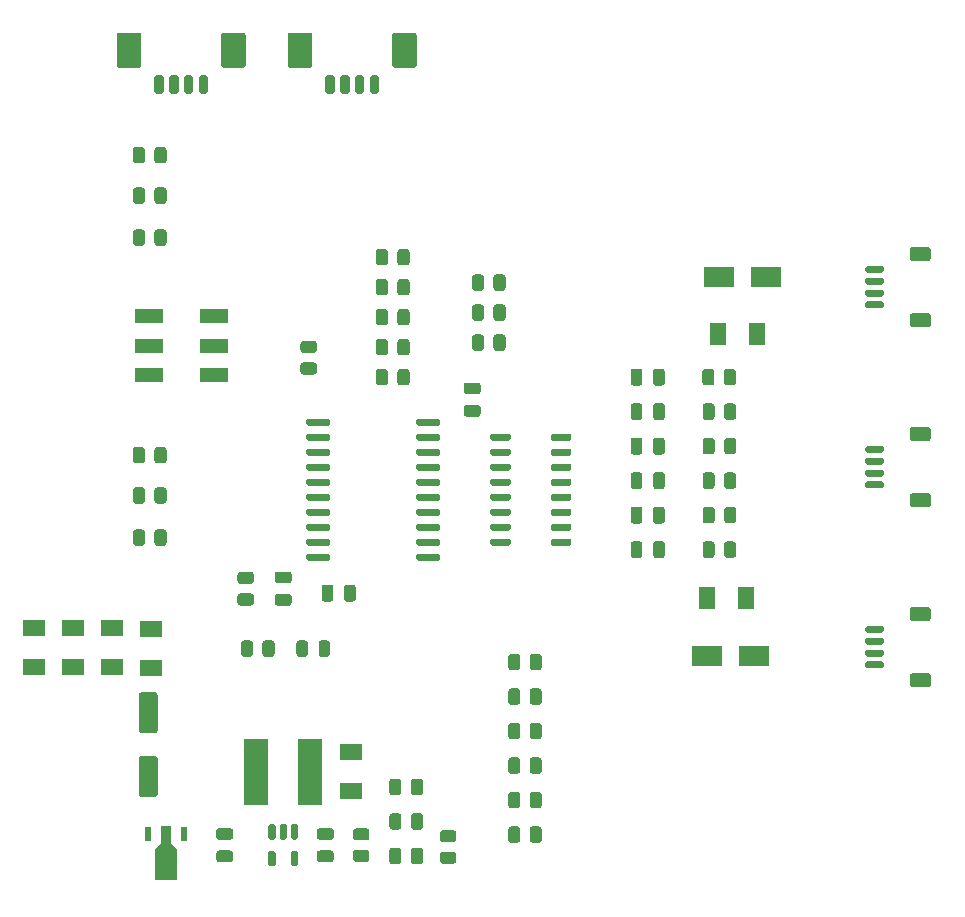
<source format=gtp>
G04 #@! TF.GenerationSoftware,KiCad,Pcbnew,6.0.10-86aedd382b~118~ubuntu18.04.1*
G04 #@! TF.CreationDate,2024-08-26T14:02:28-06:00*
G04 #@! TF.ProjectId,mss-cascade-basic,6d73732d-6361-4736-9361-64652d626173,rev?*
G04 #@! TF.SameCoordinates,Original*
G04 #@! TF.FileFunction,Paste,Top*
G04 #@! TF.FilePolarity,Positive*
%FSLAX46Y46*%
G04 Gerber Fmt 4.6, Leading zero omitted, Abs format (unit mm)*
G04 Created by KiCad (PCBNEW 6.0.10-86aedd382b~118~ubuntu18.04.1) date 2024-08-26 14:02:28*
%MOMM*%
%LPD*%
G01*
G04 APERTURE LIST*
%ADD10R,1.400000X1.900000*%
%ADD11R,2.500000X1.800000*%
%ADD12R,1.900000X1.400000*%
%ADD13R,2.108200X5.562600*%
%ADD14R,2.489200X1.193800*%
%ADD15R,0.550000X1.300000*%
G04 APERTURE END LIST*
G36*
G01*
X66098000Y-184403000D02*
X66998000Y-184403000D01*
G75*
G02*
X67248000Y-184653000I0J-250000D01*
G01*
X67248000Y-185178000D01*
G75*
G02*
X66998000Y-185428000I-250000J0D01*
G01*
X66098000Y-185428000D01*
G75*
G02*
X65848000Y-185178000I0J250000D01*
G01*
X65848000Y-184653000D01*
G75*
G02*
X66098000Y-184403000I250000J0D01*
G01*
G37*
G36*
G01*
X66098000Y-186228000D02*
X66998000Y-186228000D01*
G75*
G02*
X67248000Y-186478000I0J-250000D01*
G01*
X67248000Y-187003000D01*
G75*
G02*
X66998000Y-187253000I-250000J0D01*
G01*
X66098000Y-187253000D01*
G75*
G02*
X65848000Y-187003000I0J250000D01*
G01*
X65848000Y-186478000D01*
G75*
G02*
X66098000Y-186228000I250000J0D01*
G01*
G37*
D10*
X92709000Y-142367000D03*
X89409000Y-142367000D03*
G36*
G01*
X88083064Y-149421000D02*
X88083064Y-148521000D01*
G75*
G02*
X88333064Y-148271000I250000J0D01*
G01*
X88858064Y-148271000D01*
G75*
G02*
X89108064Y-148521000I0J-250000D01*
G01*
X89108064Y-149421000D01*
G75*
G02*
X88858064Y-149671000I-250000J0D01*
G01*
X88333064Y-149671000D01*
G75*
G02*
X88083064Y-149421000I0J250000D01*
G01*
G37*
G36*
G01*
X89908064Y-149421000D02*
X89908064Y-148521000D01*
G75*
G02*
X90158064Y-148271000I250000J0D01*
G01*
X90683064Y-148271000D01*
G75*
G02*
X90933064Y-148521000I0J-250000D01*
G01*
X90933064Y-149421000D01*
G75*
G02*
X90683064Y-149671000I-250000J0D01*
G01*
X90158064Y-149671000D01*
G75*
G02*
X89908064Y-149421000I0J250000D01*
G01*
G37*
G36*
G01*
X88083064Y-158184000D02*
X88083064Y-157284000D01*
G75*
G02*
X88333064Y-157034000I250000J0D01*
G01*
X88858064Y-157034000D01*
G75*
G02*
X89108064Y-157284000I0J-250000D01*
G01*
X89108064Y-158184000D01*
G75*
G02*
X88858064Y-158434000I-250000J0D01*
G01*
X88333064Y-158434000D01*
G75*
G02*
X88083064Y-158184000I0J250000D01*
G01*
G37*
G36*
G01*
X89908064Y-158184000D02*
X89908064Y-157284000D01*
G75*
G02*
X90158064Y-157034000I250000J0D01*
G01*
X90683064Y-157034000D01*
G75*
G02*
X90933064Y-157284000I0J-250000D01*
G01*
X90933064Y-158184000D01*
G75*
G02*
X90683064Y-158434000I-250000J0D01*
G01*
X90158064Y-158434000D01*
G75*
G02*
X89908064Y-158184000I0J250000D01*
G01*
G37*
G36*
G01*
X60695000Y-120672000D02*
X60695000Y-121872000D01*
G75*
G02*
X60495000Y-122072000I-200000J0D01*
G01*
X60095000Y-122072000D01*
G75*
G02*
X59895000Y-121872000I0J200000D01*
G01*
X59895000Y-120672000D01*
G75*
G02*
X60095000Y-120472000I200000J0D01*
G01*
X60495000Y-120472000D01*
G75*
G02*
X60695000Y-120672000I0J-200000D01*
G01*
G37*
G36*
G01*
X59445000Y-120672000D02*
X59445000Y-121872000D01*
G75*
G02*
X59245000Y-122072000I-200000J0D01*
G01*
X58845000Y-122072000D01*
G75*
G02*
X58645000Y-121872000I0J200000D01*
G01*
X58645000Y-120672000D01*
G75*
G02*
X58845000Y-120472000I200000J0D01*
G01*
X59245000Y-120472000D01*
G75*
G02*
X59445000Y-120672000I0J-200000D01*
G01*
G37*
G36*
G01*
X58195000Y-120672000D02*
X58195000Y-121872000D01*
G75*
G02*
X57995000Y-122072000I-200000J0D01*
G01*
X57595000Y-122072000D01*
G75*
G02*
X57395000Y-121872000I0J200000D01*
G01*
X57395000Y-120672000D01*
G75*
G02*
X57595000Y-120472000I200000J0D01*
G01*
X57995000Y-120472000D01*
G75*
G02*
X58195000Y-120672000I0J-200000D01*
G01*
G37*
G36*
G01*
X56945000Y-120672000D02*
X56945000Y-121872000D01*
G75*
G02*
X56745000Y-122072000I-200000J0D01*
G01*
X56345000Y-122072000D01*
G75*
G02*
X56145000Y-121872000I0J200000D01*
G01*
X56145000Y-120672000D01*
G75*
G02*
X56345000Y-120472000I200000J0D01*
G01*
X56745000Y-120472000D01*
G75*
G02*
X56945000Y-120672000I0J-200000D01*
G01*
G37*
G36*
G01*
X55045000Y-117122001D02*
X55045000Y-119621999D01*
G75*
G02*
X54794999Y-119872000I-250001J0D01*
G01*
X53195001Y-119872000D01*
G75*
G02*
X52945000Y-119621999I0J250001D01*
G01*
X52945000Y-117122001D01*
G75*
G02*
X53195001Y-116872000I250001J0D01*
G01*
X54794999Y-116872000D01*
G75*
G02*
X55045000Y-117122001I0J-250001D01*
G01*
G37*
G36*
G01*
X63895000Y-117122001D02*
X63895000Y-119621999D01*
G75*
G02*
X63644999Y-119872000I-250001J0D01*
G01*
X62045001Y-119872000D01*
G75*
G02*
X61795000Y-119621999I0J250001D01*
G01*
X61795000Y-117122001D01*
G75*
G02*
X62045001Y-116872000I250001J0D01*
G01*
X63644999Y-116872000D01*
G75*
G02*
X63895000Y-117122001I0J-250001D01*
G01*
G37*
G36*
G01*
X39850000Y-127704000D02*
X39850000Y-126804000D01*
G75*
G02*
X40100000Y-126554000I250000J0D01*
G01*
X40625000Y-126554000D01*
G75*
G02*
X40875000Y-126804000I0J-250000D01*
G01*
X40875000Y-127704000D01*
G75*
G02*
X40625000Y-127954000I-250000J0D01*
G01*
X40100000Y-127954000D01*
G75*
G02*
X39850000Y-127704000I0J250000D01*
G01*
G37*
G36*
G01*
X41675000Y-127704000D02*
X41675000Y-126804000D01*
G75*
G02*
X41925000Y-126554000I250000J0D01*
G01*
X42450000Y-126554000D01*
G75*
G02*
X42700000Y-126804000I0J-250000D01*
G01*
X42700000Y-127704000D01*
G75*
G02*
X42450000Y-127954000I-250000J0D01*
G01*
X41925000Y-127954000D01*
G75*
G02*
X41675000Y-127704000I0J250000D01*
G01*
G37*
G36*
G01*
X88083064Y-152342000D02*
X88083064Y-151442000D01*
G75*
G02*
X88333064Y-151192000I250000J0D01*
G01*
X88858064Y-151192000D01*
G75*
G02*
X89108064Y-151442000I0J-250000D01*
G01*
X89108064Y-152342000D01*
G75*
G02*
X88858064Y-152592000I-250000J0D01*
G01*
X88333064Y-152592000D01*
G75*
G02*
X88083064Y-152342000I0J250000D01*
G01*
G37*
G36*
G01*
X89908064Y-152342000D02*
X89908064Y-151442000D01*
G75*
G02*
X90158064Y-151192000I250000J0D01*
G01*
X90683064Y-151192000D01*
G75*
G02*
X90933064Y-151442000I0J-250000D01*
G01*
X90933064Y-152342000D01*
G75*
G02*
X90683064Y-152592000I-250000J0D01*
G01*
X90158064Y-152592000D01*
G75*
G02*
X89908064Y-152342000I0J250000D01*
G01*
G37*
G36*
G01*
X41698000Y-181615000D02*
X40598000Y-181615000D01*
G75*
G02*
X40348000Y-181365000I0J250000D01*
G01*
X40348000Y-178365000D01*
G75*
G02*
X40598000Y-178115000I250000J0D01*
G01*
X41698000Y-178115000D01*
G75*
G02*
X41948000Y-178365000I0J-250000D01*
G01*
X41948000Y-181365000D01*
G75*
G02*
X41698000Y-181615000I-250000J0D01*
G01*
G37*
G36*
G01*
X41698000Y-176215000D02*
X40598000Y-176215000D01*
G75*
G02*
X40348000Y-175965000I0J250000D01*
G01*
X40348000Y-172965000D01*
G75*
G02*
X40598000Y-172715000I250000J0D01*
G01*
X41698000Y-172715000D01*
G75*
G02*
X41948000Y-172965000I0J-250000D01*
G01*
X41948000Y-175965000D01*
G75*
G02*
X41698000Y-176215000I-250000J0D01*
G01*
G37*
G36*
G01*
X103273000Y-155470000D02*
X102023000Y-155470000D01*
G75*
G02*
X101873000Y-155320000I0J150000D01*
G01*
X101873000Y-155020000D01*
G75*
G02*
X102023000Y-154870000I150000J0D01*
G01*
X103273000Y-154870000D01*
G75*
G02*
X103423000Y-155020000I0J-150000D01*
G01*
X103423000Y-155320000D01*
G75*
G02*
X103273000Y-155470000I-150000J0D01*
G01*
G37*
G36*
G01*
X103273000Y-154470000D02*
X102023000Y-154470000D01*
G75*
G02*
X101873000Y-154320000I0J150000D01*
G01*
X101873000Y-154020000D01*
G75*
G02*
X102023000Y-153870000I150000J0D01*
G01*
X103273000Y-153870000D01*
G75*
G02*
X103423000Y-154020000I0J-150000D01*
G01*
X103423000Y-154320000D01*
G75*
G02*
X103273000Y-154470000I-150000J0D01*
G01*
G37*
G36*
G01*
X103273000Y-153470000D02*
X102023000Y-153470000D01*
G75*
G02*
X101873000Y-153320000I0J150000D01*
G01*
X101873000Y-153020000D01*
G75*
G02*
X102023000Y-152870000I150000J0D01*
G01*
X103273000Y-152870000D01*
G75*
G02*
X103423000Y-153020000I0J-150000D01*
G01*
X103423000Y-153320000D01*
G75*
G02*
X103273000Y-153470000I-150000J0D01*
G01*
G37*
G36*
G01*
X103273000Y-152470000D02*
X102023000Y-152470000D01*
G75*
G02*
X101873000Y-152320000I0J150000D01*
G01*
X101873000Y-152020000D01*
G75*
G02*
X102023000Y-151870000I150000J0D01*
G01*
X103273000Y-151870000D01*
G75*
G02*
X103423000Y-152020000I0J-150000D01*
G01*
X103423000Y-152320000D01*
G75*
G02*
X103273000Y-152470000I-150000J0D01*
G01*
G37*
G36*
G01*
X107173000Y-151470000D02*
X105873000Y-151470000D01*
G75*
G02*
X105623000Y-151220000I0J250000D01*
G01*
X105623000Y-150520000D01*
G75*
G02*
X105873000Y-150270000I250000J0D01*
G01*
X107173000Y-150270000D01*
G75*
G02*
X107423000Y-150520000I0J-250000D01*
G01*
X107423000Y-151220000D01*
G75*
G02*
X107173000Y-151470000I-250000J0D01*
G01*
G37*
G36*
G01*
X107173000Y-157070000D02*
X105873000Y-157070000D01*
G75*
G02*
X105623000Y-156820000I0J250000D01*
G01*
X105623000Y-156120000D01*
G75*
G02*
X105873000Y-155870000I250000J0D01*
G01*
X107173000Y-155870000D01*
G75*
G02*
X107423000Y-156120000I0J-250000D01*
G01*
X107423000Y-156820000D01*
G75*
G02*
X107173000Y-157070000I-250000J0D01*
G01*
G37*
G36*
G01*
X63274000Y-143060000D02*
X63274000Y-143960000D01*
G75*
G02*
X63024000Y-144210000I-250000J0D01*
G01*
X62499000Y-144210000D01*
G75*
G02*
X62249000Y-143960000I0J250000D01*
G01*
X62249000Y-143060000D01*
G75*
G02*
X62499000Y-142810000I250000J0D01*
G01*
X63024000Y-142810000D01*
G75*
G02*
X63274000Y-143060000I0J-250000D01*
G01*
G37*
G36*
G01*
X61449000Y-143060000D02*
X61449000Y-143960000D01*
G75*
G02*
X61199000Y-144210000I-250000J0D01*
G01*
X60674000Y-144210000D01*
G75*
G02*
X60424000Y-143960000I0J250000D01*
G01*
X60424000Y-143060000D01*
G75*
G02*
X60674000Y-142810000I250000J0D01*
G01*
X61199000Y-142810000D01*
G75*
G02*
X61449000Y-143060000I0J-250000D01*
G01*
G37*
G36*
G01*
X61567000Y-184119000D02*
X61567000Y-183219000D01*
G75*
G02*
X61817000Y-182969000I250000J0D01*
G01*
X62342000Y-182969000D01*
G75*
G02*
X62592000Y-183219000I0J-250000D01*
G01*
X62592000Y-184119000D01*
G75*
G02*
X62342000Y-184369000I-250000J0D01*
G01*
X61817000Y-184369000D01*
G75*
G02*
X61567000Y-184119000I0J250000D01*
G01*
G37*
G36*
G01*
X63392000Y-184119000D02*
X63392000Y-183219000D01*
G75*
G02*
X63642000Y-182969000I250000J0D01*
G01*
X64167000Y-182969000D01*
G75*
G02*
X64417000Y-183219000I0J-250000D01*
G01*
X64417000Y-184119000D01*
G75*
G02*
X64167000Y-184369000I-250000J0D01*
G01*
X63642000Y-184369000D01*
G75*
G02*
X63392000Y-184119000I0J250000D01*
G01*
G37*
G36*
G01*
X84889000Y-157259000D02*
X84889000Y-158209000D01*
G75*
G02*
X84639000Y-158459000I-250000J0D01*
G01*
X84139000Y-158459000D01*
G75*
G02*
X83889000Y-158209000I0J250000D01*
G01*
X83889000Y-157259000D01*
G75*
G02*
X84139000Y-157009000I250000J0D01*
G01*
X84639000Y-157009000D01*
G75*
G02*
X84889000Y-157259000I0J-250000D01*
G01*
G37*
G36*
G01*
X82989000Y-157259000D02*
X82989000Y-158209000D01*
G75*
G02*
X82739000Y-158459000I-250000J0D01*
G01*
X82239000Y-158459000D01*
G75*
G02*
X81989000Y-158209000I0J250000D01*
G01*
X81989000Y-157259000D01*
G75*
G02*
X82239000Y-157009000I250000J0D01*
G01*
X82739000Y-157009000D01*
G75*
G02*
X82989000Y-157259000I0J-250000D01*
G01*
G37*
G36*
G01*
X74473500Y-184335000D02*
X74473500Y-185235000D01*
G75*
G02*
X74223500Y-185485000I-250000J0D01*
G01*
X73698500Y-185485000D01*
G75*
G02*
X73448500Y-185235000I0J250000D01*
G01*
X73448500Y-184335000D01*
G75*
G02*
X73698500Y-184085000I250000J0D01*
G01*
X74223500Y-184085000D01*
G75*
G02*
X74473500Y-184335000I0J-250000D01*
G01*
G37*
G36*
G01*
X72648500Y-184335000D02*
X72648500Y-185235000D01*
G75*
G02*
X72398500Y-185485000I-250000J0D01*
G01*
X71873500Y-185485000D01*
G75*
G02*
X71623500Y-185235000I0J250000D01*
G01*
X71623500Y-184335000D01*
G75*
G02*
X71873500Y-184085000I250000J0D01*
G01*
X72398500Y-184085000D01*
G75*
G02*
X72648500Y-184335000I0J-250000D01*
G01*
G37*
G36*
G01*
X51844000Y-168587000D02*
X51844000Y-169487000D01*
G75*
G02*
X51594000Y-169737000I-250000J0D01*
G01*
X51069000Y-169737000D01*
G75*
G02*
X50819000Y-169487000I0J250000D01*
G01*
X50819000Y-168587000D01*
G75*
G02*
X51069000Y-168337000I250000J0D01*
G01*
X51594000Y-168337000D01*
G75*
G02*
X51844000Y-168587000I0J-250000D01*
G01*
G37*
G36*
G01*
X50019000Y-168587000D02*
X50019000Y-169487000D01*
G75*
G02*
X49769000Y-169737000I-250000J0D01*
G01*
X49244000Y-169737000D01*
G75*
G02*
X48994000Y-169487000I0J250000D01*
G01*
X48994000Y-168587000D01*
G75*
G02*
X49244000Y-168337000I250000J0D01*
G01*
X49769000Y-168337000D01*
G75*
G02*
X50019000Y-168587000I0J-250000D01*
G01*
G37*
G36*
G01*
X47150000Y-184224000D02*
X48100000Y-184224000D01*
G75*
G02*
X48350000Y-184474000I0J-250000D01*
G01*
X48350000Y-184974000D01*
G75*
G02*
X48100000Y-185224000I-250000J0D01*
G01*
X47150000Y-185224000D01*
G75*
G02*
X46900000Y-184974000I0J250000D01*
G01*
X46900000Y-184474000D01*
G75*
G02*
X47150000Y-184224000I250000J0D01*
G01*
G37*
G36*
G01*
X47150000Y-186124000D02*
X48100000Y-186124000D01*
G75*
G02*
X48350000Y-186374000I0J-250000D01*
G01*
X48350000Y-186874000D01*
G75*
G02*
X48100000Y-187124000I-250000J0D01*
G01*
X47150000Y-187124000D01*
G75*
G02*
X46900000Y-186874000I0J250000D01*
G01*
X46900000Y-186374000D01*
G75*
G02*
X47150000Y-186124000I250000J0D01*
G01*
G37*
G36*
G01*
X63274000Y-137980000D02*
X63274000Y-138880000D01*
G75*
G02*
X63024000Y-139130000I-250000J0D01*
G01*
X62499000Y-139130000D01*
G75*
G02*
X62249000Y-138880000I0J250000D01*
G01*
X62249000Y-137980000D01*
G75*
G02*
X62499000Y-137730000I250000J0D01*
G01*
X63024000Y-137730000D01*
G75*
G02*
X63274000Y-137980000I0J-250000D01*
G01*
G37*
G36*
G01*
X61449000Y-137980000D02*
X61449000Y-138880000D01*
G75*
G02*
X61199000Y-139130000I-250000J0D01*
G01*
X60674000Y-139130000D01*
G75*
G02*
X60424000Y-138880000I0J250000D01*
G01*
X60424000Y-137980000D01*
G75*
G02*
X60674000Y-137730000I250000J0D01*
G01*
X61199000Y-137730000D01*
G75*
G02*
X61449000Y-137980000I0J-250000D01*
G01*
G37*
D11*
X88424000Y-169672000D03*
X92424000Y-169672000D03*
G36*
G01*
X71402000Y-142679000D02*
X71402000Y-143579000D01*
G75*
G02*
X71152000Y-143829000I-250000J0D01*
G01*
X70627000Y-143829000D01*
G75*
G02*
X70377000Y-143579000I0J250000D01*
G01*
X70377000Y-142679000D01*
G75*
G02*
X70627000Y-142429000I250000J0D01*
G01*
X71152000Y-142429000D01*
G75*
G02*
X71402000Y-142679000I0J-250000D01*
G01*
G37*
G36*
G01*
X69577000Y-142679000D02*
X69577000Y-143579000D01*
G75*
G02*
X69327000Y-143829000I-250000J0D01*
G01*
X68802000Y-143829000D01*
G75*
G02*
X68552000Y-143579000I0J250000D01*
G01*
X68552000Y-142679000D01*
G75*
G02*
X68802000Y-142429000I250000J0D01*
G01*
X69327000Y-142429000D01*
G75*
G02*
X69577000Y-142679000I0J-250000D01*
G01*
G37*
G36*
G01*
X39850000Y-153104000D02*
X39850000Y-152204000D01*
G75*
G02*
X40100000Y-151954000I250000J0D01*
G01*
X40625000Y-151954000D01*
G75*
G02*
X40875000Y-152204000I0J-250000D01*
G01*
X40875000Y-153104000D01*
G75*
G02*
X40625000Y-153354000I-250000J0D01*
G01*
X40100000Y-153354000D01*
G75*
G02*
X39850000Y-153104000I0J250000D01*
G01*
G37*
G36*
G01*
X41675000Y-153104000D02*
X41675000Y-152204000D01*
G75*
G02*
X41925000Y-151954000I250000J0D01*
G01*
X42450000Y-151954000D01*
G75*
G02*
X42700000Y-152204000I0J-250000D01*
G01*
X42700000Y-153104000D01*
G75*
G02*
X42450000Y-153354000I-250000J0D01*
G01*
X41925000Y-153354000D01*
G75*
G02*
X41675000Y-153104000I0J250000D01*
G01*
G37*
G36*
G01*
X48953000Y-162532000D02*
X49853000Y-162532000D01*
G75*
G02*
X50103000Y-162782000I0J-250000D01*
G01*
X50103000Y-163307000D01*
G75*
G02*
X49853000Y-163557000I-250000J0D01*
G01*
X48953000Y-163557000D01*
G75*
G02*
X48703000Y-163307000I0J250000D01*
G01*
X48703000Y-162782000D01*
G75*
G02*
X48953000Y-162532000I250000J0D01*
G01*
G37*
G36*
G01*
X48953000Y-164357000D02*
X49853000Y-164357000D01*
G75*
G02*
X50103000Y-164607000I0J-250000D01*
G01*
X50103000Y-165132000D01*
G75*
G02*
X49853000Y-165382000I-250000J0D01*
G01*
X48953000Y-165382000D01*
G75*
G02*
X48703000Y-165132000I0J250000D01*
G01*
X48703000Y-164607000D01*
G75*
G02*
X48953000Y-164357000I250000J0D01*
G01*
G37*
G36*
G01*
X39850000Y-156524000D02*
X39850000Y-155624000D01*
G75*
G02*
X40100000Y-155374000I250000J0D01*
G01*
X40625000Y-155374000D01*
G75*
G02*
X40875000Y-155624000I0J-250000D01*
G01*
X40875000Y-156524000D01*
G75*
G02*
X40625000Y-156774000I-250000J0D01*
G01*
X40100000Y-156774000D01*
G75*
G02*
X39850000Y-156524000I0J250000D01*
G01*
G37*
G36*
G01*
X41675000Y-156524000D02*
X41675000Y-155624000D01*
G75*
G02*
X41925000Y-155374000I250000J0D01*
G01*
X42450000Y-155374000D01*
G75*
G02*
X42700000Y-155624000I0J-250000D01*
G01*
X42700000Y-156524000D01*
G75*
G02*
X42450000Y-156774000I-250000J0D01*
G01*
X41925000Y-156774000D01*
G75*
G02*
X41675000Y-156524000I0J250000D01*
G01*
G37*
G36*
G01*
X84889000Y-154338000D02*
X84889000Y-155288000D01*
G75*
G02*
X84639000Y-155538000I-250000J0D01*
G01*
X84139000Y-155538000D01*
G75*
G02*
X83889000Y-155288000I0J250000D01*
G01*
X83889000Y-154338000D01*
G75*
G02*
X84139000Y-154088000I250000J0D01*
G01*
X84639000Y-154088000D01*
G75*
G02*
X84889000Y-154338000I0J-250000D01*
G01*
G37*
G36*
G01*
X82989000Y-154338000D02*
X82989000Y-155288000D01*
G75*
G02*
X82739000Y-155538000I-250000J0D01*
G01*
X82239000Y-155538000D01*
G75*
G02*
X81989000Y-155288000I0J250000D01*
G01*
X81989000Y-154338000D01*
G75*
G02*
X82239000Y-154088000I250000J0D01*
G01*
X82739000Y-154088000D01*
G75*
G02*
X82989000Y-154338000I0J-250000D01*
G01*
G37*
G36*
G01*
X54287000Y-142974000D02*
X55187000Y-142974000D01*
G75*
G02*
X55437000Y-143224000I0J-250000D01*
G01*
X55437000Y-143749000D01*
G75*
G02*
X55187000Y-143999000I-250000J0D01*
G01*
X54287000Y-143999000D01*
G75*
G02*
X54037000Y-143749000I0J250000D01*
G01*
X54037000Y-143224000D01*
G75*
G02*
X54287000Y-142974000I250000J0D01*
G01*
G37*
G36*
G01*
X54287000Y-144799000D02*
X55187000Y-144799000D01*
G75*
G02*
X55437000Y-145049000I0J-250000D01*
G01*
X55437000Y-145574000D01*
G75*
G02*
X55187000Y-145824000I-250000J0D01*
G01*
X54287000Y-145824000D01*
G75*
G02*
X54037000Y-145574000I0J250000D01*
G01*
X54037000Y-145049000D01*
G75*
G02*
X54287000Y-144799000I250000J0D01*
G01*
G37*
G36*
G01*
X46217000Y-120672000D02*
X46217000Y-121872000D01*
G75*
G02*
X46017000Y-122072000I-200000J0D01*
G01*
X45617000Y-122072000D01*
G75*
G02*
X45417000Y-121872000I0J200000D01*
G01*
X45417000Y-120672000D01*
G75*
G02*
X45617000Y-120472000I200000J0D01*
G01*
X46017000Y-120472000D01*
G75*
G02*
X46217000Y-120672000I0J-200000D01*
G01*
G37*
G36*
G01*
X44967000Y-120672000D02*
X44967000Y-121872000D01*
G75*
G02*
X44767000Y-122072000I-200000J0D01*
G01*
X44367000Y-122072000D01*
G75*
G02*
X44167000Y-121872000I0J200000D01*
G01*
X44167000Y-120672000D01*
G75*
G02*
X44367000Y-120472000I200000J0D01*
G01*
X44767000Y-120472000D01*
G75*
G02*
X44967000Y-120672000I0J-200000D01*
G01*
G37*
G36*
G01*
X43717000Y-120672000D02*
X43717000Y-121872000D01*
G75*
G02*
X43517000Y-122072000I-200000J0D01*
G01*
X43117000Y-122072000D01*
G75*
G02*
X42917000Y-121872000I0J200000D01*
G01*
X42917000Y-120672000D01*
G75*
G02*
X43117000Y-120472000I200000J0D01*
G01*
X43517000Y-120472000D01*
G75*
G02*
X43717000Y-120672000I0J-200000D01*
G01*
G37*
G36*
G01*
X42467000Y-120672000D02*
X42467000Y-121872000D01*
G75*
G02*
X42267000Y-122072000I-200000J0D01*
G01*
X41867000Y-122072000D01*
G75*
G02*
X41667000Y-121872000I0J200000D01*
G01*
X41667000Y-120672000D01*
G75*
G02*
X41867000Y-120472000I200000J0D01*
G01*
X42267000Y-120472000D01*
G75*
G02*
X42467000Y-120672000I0J-200000D01*
G01*
G37*
G36*
G01*
X49417000Y-117122001D02*
X49417000Y-119621999D01*
G75*
G02*
X49166999Y-119872000I-250001J0D01*
G01*
X47567001Y-119872000D01*
G75*
G02*
X47317000Y-119621999I0J250001D01*
G01*
X47317000Y-117122001D01*
G75*
G02*
X47567001Y-116872000I250001J0D01*
G01*
X49166999Y-116872000D01*
G75*
G02*
X49417000Y-117122001I0J-250001D01*
G01*
G37*
G36*
G01*
X40567000Y-117122001D02*
X40567000Y-119621999D01*
G75*
G02*
X40316999Y-119872000I-250001J0D01*
G01*
X38717001Y-119872000D01*
G75*
G02*
X38467000Y-119621999I0J250001D01*
G01*
X38467000Y-117122001D01*
G75*
G02*
X38717001Y-116872000I250001J0D01*
G01*
X40316999Y-116872000D01*
G75*
G02*
X40567000Y-117122001I0J-250001D01*
G01*
G37*
G36*
G01*
X84889000Y-151417000D02*
X84889000Y-152367000D01*
G75*
G02*
X84639000Y-152617000I-250000J0D01*
G01*
X84139000Y-152617000D01*
G75*
G02*
X83889000Y-152367000I0J250000D01*
G01*
X83889000Y-151417000D01*
G75*
G02*
X84139000Y-151167000I250000J0D01*
G01*
X84639000Y-151167000D01*
G75*
G02*
X84889000Y-151417000I0J-250000D01*
G01*
G37*
G36*
G01*
X82989000Y-151417000D02*
X82989000Y-152367000D01*
G75*
G02*
X82739000Y-152617000I-250000J0D01*
G01*
X82239000Y-152617000D01*
G75*
G02*
X81989000Y-152367000I0J250000D01*
G01*
X81989000Y-151417000D01*
G75*
G02*
X82239000Y-151167000I250000J0D01*
G01*
X82739000Y-151167000D01*
G75*
G02*
X82989000Y-151417000I0J-250000D01*
G01*
G37*
D12*
X31496000Y-167260000D03*
X31496000Y-170560000D03*
G36*
G01*
X70083000Y-151280000D02*
X70083000Y-150980000D01*
G75*
G02*
X70233000Y-150830000I150000J0D01*
G01*
X71683000Y-150830000D01*
G75*
G02*
X71833000Y-150980000I0J-150000D01*
G01*
X71833000Y-151280000D01*
G75*
G02*
X71683000Y-151430000I-150000J0D01*
G01*
X70233000Y-151430000D01*
G75*
G02*
X70083000Y-151280000I0J150000D01*
G01*
G37*
G36*
G01*
X70083000Y-152550000D02*
X70083000Y-152250000D01*
G75*
G02*
X70233000Y-152100000I150000J0D01*
G01*
X71683000Y-152100000D01*
G75*
G02*
X71833000Y-152250000I0J-150000D01*
G01*
X71833000Y-152550000D01*
G75*
G02*
X71683000Y-152700000I-150000J0D01*
G01*
X70233000Y-152700000D01*
G75*
G02*
X70083000Y-152550000I0J150000D01*
G01*
G37*
G36*
G01*
X70083000Y-153820000D02*
X70083000Y-153520000D01*
G75*
G02*
X70233000Y-153370000I150000J0D01*
G01*
X71683000Y-153370000D01*
G75*
G02*
X71833000Y-153520000I0J-150000D01*
G01*
X71833000Y-153820000D01*
G75*
G02*
X71683000Y-153970000I-150000J0D01*
G01*
X70233000Y-153970000D01*
G75*
G02*
X70083000Y-153820000I0J150000D01*
G01*
G37*
G36*
G01*
X70083000Y-155090000D02*
X70083000Y-154790000D01*
G75*
G02*
X70233000Y-154640000I150000J0D01*
G01*
X71683000Y-154640000D01*
G75*
G02*
X71833000Y-154790000I0J-150000D01*
G01*
X71833000Y-155090000D01*
G75*
G02*
X71683000Y-155240000I-150000J0D01*
G01*
X70233000Y-155240000D01*
G75*
G02*
X70083000Y-155090000I0J150000D01*
G01*
G37*
G36*
G01*
X70083000Y-156360000D02*
X70083000Y-156060000D01*
G75*
G02*
X70233000Y-155910000I150000J0D01*
G01*
X71683000Y-155910000D01*
G75*
G02*
X71833000Y-156060000I0J-150000D01*
G01*
X71833000Y-156360000D01*
G75*
G02*
X71683000Y-156510000I-150000J0D01*
G01*
X70233000Y-156510000D01*
G75*
G02*
X70083000Y-156360000I0J150000D01*
G01*
G37*
G36*
G01*
X70083000Y-157630000D02*
X70083000Y-157330000D01*
G75*
G02*
X70233000Y-157180000I150000J0D01*
G01*
X71683000Y-157180000D01*
G75*
G02*
X71833000Y-157330000I0J-150000D01*
G01*
X71833000Y-157630000D01*
G75*
G02*
X71683000Y-157780000I-150000J0D01*
G01*
X70233000Y-157780000D01*
G75*
G02*
X70083000Y-157630000I0J150000D01*
G01*
G37*
G36*
G01*
X70083000Y-158900000D02*
X70083000Y-158600000D01*
G75*
G02*
X70233000Y-158450000I150000J0D01*
G01*
X71683000Y-158450000D01*
G75*
G02*
X71833000Y-158600000I0J-150000D01*
G01*
X71833000Y-158900000D01*
G75*
G02*
X71683000Y-159050000I-150000J0D01*
G01*
X70233000Y-159050000D01*
G75*
G02*
X70083000Y-158900000I0J150000D01*
G01*
G37*
G36*
G01*
X70083000Y-160170000D02*
X70083000Y-159870000D01*
G75*
G02*
X70233000Y-159720000I150000J0D01*
G01*
X71683000Y-159720000D01*
G75*
G02*
X71833000Y-159870000I0J-150000D01*
G01*
X71833000Y-160170000D01*
G75*
G02*
X71683000Y-160320000I-150000J0D01*
G01*
X70233000Y-160320000D01*
G75*
G02*
X70083000Y-160170000I0J150000D01*
G01*
G37*
G36*
G01*
X75233000Y-160170000D02*
X75233000Y-159870000D01*
G75*
G02*
X75383000Y-159720000I150000J0D01*
G01*
X76833000Y-159720000D01*
G75*
G02*
X76983000Y-159870000I0J-150000D01*
G01*
X76983000Y-160170000D01*
G75*
G02*
X76833000Y-160320000I-150000J0D01*
G01*
X75383000Y-160320000D01*
G75*
G02*
X75233000Y-160170000I0J150000D01*
G01*
G37*
G36*
G01*
X75233000Y-158900000D02*
X75233000Y-158600000D01*
G75*
G02*
X75383000Y-158450000I150000J0D01*
G01*
X76833000Y-158450000D01*
G75*
G02*
X76983000Y-158600000I0J-150000D01*
G01*
X76983000Y-158900000D01*
G75*
G02*
X76833000Y-159050000I-150000J0D01*
G01*
X75383000Y-159050000D01*
G75*
G02*
X75233000Y-158900000I0J150000D01*
G01*
G37*
G36*
G01*
X75233000Y-157630000D02*
X75233000Y-157330000D01*
G75*
G02*
X75383000Y-157180000I150000J0D01*
G01*
X76833000Y-157180000D01*
G75*
G02*
X76983000Y-157330000I0J-150000D01*
G01*
X76983000Y-157630000D01*
G75*
G02*
X76833000Y-157780000I-150000J0D01*
G01*
X75383000Y-157780000D01*
G75*
G02*
X75233000Y-157630000I0J150000D01*
G01*
G37*
G36*
G01*
X75233000Y-156360000D02*
X75233000Y-156060000D01*
G75*
G02*
X75383000Y-155910000I150000J0D01*
G01*
X76833000Y-155910000D01*
G75*
G02*
X76983000Y-156060000I0J-150000D01*
G01*
X76983000Y-156360000D01*
G75*
G02*
X76833000Y-156510000I-150000J0D01*
G01*
X75383000Y-156510000D01*
G75*
G02*
X75233000Y-156360000I0J150000D01*
G01*
G37*
G36*
G01*
X75233000Y-155090000D02*
X75233000Y-154790000D01*
G75*
G02*
X75383000Y-154640000I150000J0D01*
G01*
X76833000Y-154640000D01*
G75*
G02*
X76983000Y-154790000I0J-150000D01*
G01*
X76983000Y-155090000D01*
G75*
G02*
X76833000Y-155240000I-150000J0D01*
G01*
X75383000Y-155240000D01*
G75*
G02*
X75233000Y-155090000I0J150000D01*
G01*
G37*
G36*
G01*
X75233000Y-153820000D02*
X75233000Y-153520000D01*
G75*
G02*
X75383000Y-153370000I150000J0D01*
G01*
X76833000Y-153370000D01*
G75*
G02*
X76983000Y-153520000I0J-150000D01*
G01*
X76983000Y-153820000D01*
G75*
G02*
X76833000Y-153970000I-150000J0D01*
G01*
X75383000Y-153970000D01*
G75*
G02*
X75233000Y-153820000I0J150000D01*
G01*
G37*
G36*
G01*
X75233000Y-152550000D02*
X75233000Y-152250000D01*
G75*
G02*
X75383000Y-152100000I150000J0D01*
G01*
X76833000Y-152100000D01*
G75*
G02*
X76983000Y-152250000I0J-150000D01*
G01*
X76983000Y-152550000D01*
G75*
G02*
X76833000Y-152700000I-150000J0D01*
G01*
X75383000Y-152700000D01*
G75*
G02*
X75233000Y-152550000I0J150000D01*
G01*
G37*
G36*
G01*
X75233000Y-151280000D02*
X75233000Y-150980000D01*
G75*
G02*
X75383000Y-150830000I150000J0D01*
G01*
X76833000Y-150830000D01*
G75*
G02*
X76983000Y-150980000I0J-150000D01*
G01*
X76983000Y-151280000D01*
G75*
G02*
X76833000Y-151430000I-150000J0D01*
G01*
X75383000Y-151430000D01*
G75*
G02*
X75233000Y-151280000I0J150000D01*
G01*
G37*
G36*
G01*
X64417000Y-180298000D02*
X64417000Y-181198000D01*
G75*
G02*
X64167000Y-181448000I-250000J0D01*
G01*
X63642000Y-181448000D01*
G75*
G02*
X63392000Y-181198000I0J250000D01*
G01*
X63392000Y-180298000D01*
G75*
G02*
X63642000Y-180048000I250000J0D01*
G01*
X64167000Y-180048000D01*
G75*
G02*
X64417000Y-180298000I0J-250000D01*
G01*
G37*
G36*
G01*
X62592000Y-180298000D02*
X62592000Y-181198000D01*
G75*
G02*
X62342000Y-181448000I-250000J0D01*
G01*
X61817000Y-181448000D01*
G75*
G02*
X61567000Y-181198000I0J250000D01*
G01*
X61567000Y-180298000D01*
G75*
G02*
X61817000Y-180048000I250000J0D01*
G01*
X62342000Y-180048000D01*
G75*
G02*
X62592000Y-180298000I0J-250000D01*
G01*
G37*
G36*
G01*
X58727000Y-163863000D02*
X58727000Y-164813000D01*
G75*
G02*
X58477000Y-165063000I-250000J0D01*
G01*
X57977000Y-165063000D01*
G75*
G02*
X57727000Y-164813000I0J250000D01*
G01*
X57727000Y-163863000D01*
G75*
G02*
X57977000Y-163613000I250000J0D01*
G01*
X58477000Y-163613000D01*
G75*
G02*
X58727000Y-163863000I0J-250000D01*
G01*
G37*
G36*
G01*
X56827000Y-163863000D02*
X56827000Y-164813000D01*
G75*
G02*
X56577000Y-165063000I-250000J0D01*
G01*
X56077000Y-165063000D01*
G75*
G02*
X55827000Y-164813000I0J250000D01*
G01*
X55827000Y-163863000D01*
G75*
G02*
X56077000Y-163613000I250000J0D01*
G01*
X56577000Y-163613000D01*
G75*
G02*
X56827000Y-163863000I0J-250000D01*
G01*
G37*
G36*
G01*
X63274000Y-145600000D02*
X63274000Y-146500000D01*
G75*
G02*
X63024000Y-146750000I-250000J0D01*
G01*
X62499000Y-146750000D01*
G75*
G02*
X62249000Y-146500000I0J250000D01*
G01*
X62249000Y-145600000D01*
G75*
G02*
X62499000Y-145350000I250000J0D01*
G01*
X63024000Y-145350000D01*
G75*
G02*
X63274000Y-145600000I0J-250000D01*
G01*
G37*
G36*
G01*
X61449000Y-145600000D02*
X61449000Y-146500000D01*
G75*
G02*
X61199000Y-146750000I-250000J0D01*
G01*
X60674000Y-146750000D01*
G75*
G02*
X60424000Y-146500000I0J250000D01*
G01*
X60424000Y-145600000D01*
G75*
G02*
X60674000Y-145350000I250000J0D01*
G01*
X61199000Y-145350000D01*
G75*
G02*
X61449000Y-145600000I0J-250000D01*
G01*
G37*
G36*
G01*
X88083064Y-161105000D02*
X88083064Y-160205000D01*
G75*
G02*
X88333064Y-159955000I250000J0D01*
G01*
X88858064Y-159955000D01*
G75*
G02*
X89108064Y-160205000I0J-250000D01*
G01*
X89108064Y-161105000D01*
G75*
G02*
X88858064Y-161355000I-250000J0D01*
G01*
X88333064Y-161355000D01*
G75*
G02*
X88083064Y-161105000I0J250000D01*
G01*
G37*
G36*
G01*
X89908064Y-161105000D02*
X89908064Y-160205000D01*
G75*
G02*
X90158064Y-159955000I250000J0D01*
G01*
X90683064Y-159955000D01*
G75*
G02*
X90933064Y-160205000I0J-250000D01*
G01*
X90933064Y-161105000D01*
G75*
G02*
X90683064Y-161355000I-250000J0D01*
G01*
X90158064Y-161355000D01*
G75*
G02*
X89908064Y-161105000I0J250000D01*
G01*
G37*
G36*
G01*
X74473500Y-181414000D02*
X74473500Y-182314000D01*
G75*
G02*
X74223500Y-182564000I-250000J0D01*
G01*
X73698500Y-182564000D01*
G75*
G02*
X73448500Y-182314000I0J250000D01*
G01*
X73448500Y-181414000D01*
G75*
G02*
X73698500Y-181164000I250000J0D01*
G01*
X74223500Y-181164000D01*
G75*
G02*
X74473500Y-181414000I0J-250000D01*
G01*
G37*
G36*
G01*
X72648500Y-181414000D02*
X72648500Y-182314000D01*
G75*
G02*
X72398500Y-182564000I-250000J0D01*
G01*
X71873500Y-182564000D01*
G75*
G02*
X71623500Y-182314000I0J250000D01*
G01*
X71623500Y-181414000D01*
G75*
G02*
X71873500Y-181164000I250000J0D01*
G01*
X72398500Y-181164000D01*
G75*
G02*
X72648500Y-181414000I0J-250000D01*
G01*
G37*
G36*
G01*
X63274000Y-140520000D02*
X63274000Y-141420000D01*
G75*
G02*
X63024000Y-141670000I-250000J0D01*
G01*
X62499000Y-141670000D01*
G75*
G02*
X62249000Y-141420000I0J250000D01*
G01*
X62249000Y-140520000D01*
G75*
G02*
X62499000Y-140270000I250000J0D01*
G01*
X63024000Y-140270000D01*
G75*
G02*
X63274000Y-140520000I0J-250000D01*
G01*
G37*
G36*
G01*
X61449000Y-140520000D02*
X61449000Y-141420000D01*
G75*
G02*
X61199000Y-141670000I-250000J0D01*
G01*
X60674000Y-141670000D01*
G75*
G02*
X60424000Y-141420000I0J250000D01*
G01*
X60424000Y-140520000D01*
G75*
G02*
X60674000Y-140270000I250000J0D01*
G01*
X61199000Y-140270000D01*
G75*
G02*
X61449000Y-140520000I0J-250000D01*
G01*
G37*
G36*
G01*
X71402000Y-140139000D02*
X71402000Y-141039000D01*
G75*
G02*
X71152000Y-141289000I-250000J0D01*
G01*
X70627000Y-141289000D01*
G75*
G02*
X70377000Y-141039000I0J250000D01*
G01*
X70377000Y-140139000D01*
G75*
G02*
X70627000Y-139889000I250000J0D01*
G01*
X71152000Y-139889000D01*
G75*
G02*
X71402000Y-140139000I0J-250000D01*
G01*
G37*
G36*
G01*
X69577000Y-140139000D02*
X69577000Y-141039000D01*
G75*
G02*
X69327000Y-141289000I-250000J0D01*
G01*
X68802000Y-141289000D01*
G75*
G02*
X68552000Y-141039000I0J250000D01*
G01*
X68552000Y-140139000D01*
G75*
G02*
X68802000Y-139889000I250000J0D01*
G01*
X69327000Y-139889000D01*
G75*
G02*
X69577000Y-140139000I0J-250000D01*
G01*
G37*
G36*
G01*
X103273000Y-140230000D02*
X102023000Y-140230000D01*
G75*
G02*
X101873000Y-140080000I0J150000D01*
G01*
X101873000Y-139780000D01*
G75*
G02*
X102023000Y-139630000I150000J0D01*
G01*
X103273000Y-139630000D01*
G75*
G02*
X103423000Y-139780000I0J-150000D01*
G01*
X103423000Y-140080000D01*
G75*
G02*
X103273000Y-140230000I-150000J0D01*
G01*
G37*
G36*
G01*
X103273000Y-139230000D02*
X102023000Y-139230000D01*
G75*
G02*
X101873000Y-139080000I0J150000D01*
G01*
X101873000Y-138780000D01*
G75*
G02*
X102023000Y-138630000I150000J0D01*
G01*
X103273000Y-138630000D01*
G75*
G02*
X103423000Y-138780000I0J-150000D01*
G01*
X103423000Y-139080000D01*
G75*
G02*
X103273000Y-139230000I-150000J0D01*
G01*
G37*
G36*
G01*
X103273000Y-138230000D02*
X102023000Y-138230000D01*
G75*
G02*
X101873000Y-138080000I0J150000D01*
G01*
X101873000Y-137780000D01*
G75*
G02*
X102023000Y-137630000I150000J0D01*
G01*
X103273000Y-137630000D01*
G75*
G02*
X103423000Y-137780000I0J-150000D01*
G01*
X103423000Y-138080000D01*
G75*
G02*
X103273000Y-138230000I-150000J0D01*
G01*
G37*
G36*
G01*
X103273000Y-137230000D02*
X102023000Y-137230000D01*
G75*
G02*
X101873000Y-137080000I0J150000D01*
G01*
X101873000Y-136780000D01*
G75*
G02*
X102023000Y-136630000I150000J0D01*
G01*
X103273000Y-136630000D01*
G75*
G02*
X103423000Y-136780000I0J-150000D01*
G01*
X103423000Y-137080000D01*
G75*
G02*
X103273000Y-137230000I-150000J0D01*
G01*
G37*
G36*
G01*
X107173000Y-141830000D02*
X105873000Y-141830000D01*
G75*
G02*
X105623000Y-141580000I0J250000D01*
G01*
X105623000Y-140880000D01*
G75*
G02*
X105873000Y-140630000I250000J0D01*
G01*
X107173000Y-140630000D01*
G75*
G02*
X107423000Y-140880000I0J-250000D01*
G01*
X107423000Y-141580000D01*
G75*
G02*
X107173000Y-141830000I-250000J0D01*
G01*
G37*
G36*
G01*
X107173000Y-136230000D02*
X105873000Y-136230000D01*
G75*
G02*
X105623000Y-135980000I0J250000D01*
G01*
X105623000Y-135280000D01*
G75*
G02*
X105873000Y-135030000I250000J0D01*
G01*
X107173000Y-135030000D01*
G75*
G02*
X107423000Y-135280000I0J-250000D01*
G01*
X107423000Y-135980000D01*
G75*
G02*
X107173000Y-136230000I-250000J0D01*
G01*
G37*
X41402000Y-167387000D03*
X41402000Y-170687000D03*
G36*
G01*
X39850000Y-131133000D02*
X39850000Y-130233000D01*
G75*
G02*
X40100000Y-129983000I250000J0D01*
G01*
X40625000Y-129983000D01*
G75*
G02*
X40875000Y-130233000I0J-250000D01*
G01*
X40875000Y-131133000D01*
G75*
G02*
X40625000Y-131383000I-250000J0D01*
G01*
X40100000Y-131383000D01*
G75*
G02*
X39850000Y-131133000I0J250000D01*
G01*
G37*
G36*
G01*
X41675000Y-131133000D02*
X41675000Y-130233000D01*
G75*
G02*
X41925000Y-129983000I250000J0D01*
G01*
X42450000Y-129983000D01*
G75*
G02*
X42700000Y-130233000I0J-250000D01*
G01*
X42700000Y-131133000D01*
G75*
G02*
X42450000Y-131383000I-250000J0D01*
G01*
X41925000Y-131383000D01*
G75*
G02*
X41675000Y-131133000I0J250000D01*
G01*
G37*
G36*
G01*
X84889000Y-148496000D02*
X84889000Y-149446000D01*
G75*
G02*
X84639000Y-149696000I-250000J0D01*
G01*
X84139000Y-149696000D01*
G75*
G02*
X83889000Y-149446000I0J250000D01*
G01*
X83889000Y-148496000D01*
G75*
G02*
X84139000Y-148246000I250000J0D01*
G01*
X84639000Y-148246000D01*
G75*
G02*
X84889000Y-148496000I0J-250000D01*
G01*
G37*
G36*
G01*
X82989000Y-148496000D02*
X82989000Y-149446000D01*
G75*
G02*
X82739000Y-149696000I-250000J0D01*
G01*
X82239000Y-149696000D01*
G75*
G02*
X81989000Y-149446000I0J250000D01*
G01*
X81989000Y-148496000D01*
G75*
G02*
X82239000Y-148246000I250000J0D01*
G01*
X82739000Y-148246000D01*
G75*
G02*
X82989000Y-148496000I0J-250000D01*
G01*
G37*
G36*
G01*
X103273000Y-170710000D02*
X102023000Y-170710000D01*
G75*
G02*
X101873000Y-170560000I0J150000D01*
G01*
X101873000Y-170260000D01*
G75*
G02*
X102023000Y-170110000I150000J0D01*
G01*
X103273000Y-170110000D01*
G75*
G02*
X103423000Y-170260000I0J-150000D01*
G01*
X103423000Y-170560000D01*
G75*
G02*
X103273000Y-170710000I-150000J0D01*
G01*
G37*
G36*
G01*
X103273000Y-169710000D02*
X102023000Y-169710000D01*
G75*
G02*
X101873000Y-169560000I0J150000D01*
G01*
X101873000Y-169260000D01*
G75*
G02*
X102023000Y-169110000I150000J0D01*
G01*
X103273000Y-169110000D01*
G75*
G02*
X103423000Y-169260000I0J-150000D01*
G01*
X103423000Y-169560000D01*
G75*
G02*
X103273000Y-169710000I-150000J0D01*
G01*
G37*
G36*
G01*
X103273000Y-168710000D02*
X102023000Y-168710000D01*
G75*
G02*
X101873000Y-168560000I0J150000D01*
G01*
X101873000Y-168260000D01*
G75*
G02*
X102023000Y-168110000I150000J0D01*
G01*
X103273000Y-168110000D01*
G75*
G02*
X103423000Y-168260000I0J-150000D01*
G01*
X103423000Y-168560000D01*
G75*
G02*
X103273000Y-168710000I-150000J0D01*
G01*
G37*
G36*
G01*
X103273000Y-167710000D02*
X102023000Y-167710000D01*
G75*
G02*
X101873000Y-167560000I0J150000D01*
G01*
X101873000Y-167260000D01*
G75*
G02*
X102023000Y-167110000I150000J0D01*
G01*
X103273000Y-167110000D01*
G75*
G02*
X103423000Y-167260000I0J-150000D01*
G01*
X103423000Y-167560000D01*
G75*
G02*
X103273000Y-167710000I-150000J0D01*
G01*
G37*
G36*
G01*
X107173000Y-172310000D02*
X105873000Y-172310000D01*
G75*
G02*
X105623000Y-172060000I0J250000D01*
G01*
X105623000Y-171360000D01*
G75*
G02*
X105873000Y-171110000I250000J0D01*
G01*
X107173000Y-171110000D01*
G75*
G02*
X107423000Y-171360000I0J-250000D01*
G01*
X107423000Y-172060000D01*
G75*
G02*
X107173000Y-172310000I-250000J0D01*
G01*
G37*
G36*
G01*
X107173000Y-166710000D02*
X105873000Y-166710000D01*
G75*
G02*
X105623000Y-166460000I0J250000D01*
G01*
X105623000Y-165760000D01*
G75*
G02*
X105873000Y-165510000I250000J0D01*
G01*
X107173000Y-165510000D01*
G75*
G02*
X107423000Y-165760000I0J-250000D01*
G01*
X107423000Y-166460000D01*
G75*
G02*
X107173000Y-166710000I-250000J0D01*
G01*
G37*
X38100000Y-170560000D03*
X38100000Y-167260000D03*
G36*
G01*
X74473500Y-172651000D02*
X74473500Y-173551000D01*
G75*
G02*
X74223500Y-173801000I-250000J0D01*
G01*
X73698500Y-173801000D01*
G75*
G02*
X73448500Y-173551000I0J250000D01*
G01*
X73448500Y-172651000D01*
G75*
G02*
X73698500Y-172401000I250000J0D01*
G01*
X74223500Y-172401000D01*
G75*
G02*
X74473500Y-172651000I0J-250000D01*
G01*
G37*
G36*
G01*
X72648500Y-172651000D02*
X72648500Y-173551000D01*
G75*
G02*
X72398500Y-173801000I-250000J0D01*
G01*
X71873500Y-173801000D01*
G75*
G02*
X71623500Y-173551000I0J250000D01*
G01*
X71623500Y-172651000D01*
G75*
G02*
X71873500Y-172401000I250000J0D01*
G01*
X72398500Y-172401000D01*
G75*
G02*
X72648500Y-172651000I0J-250000D01*
G01*
G37*
G36*
G01*
X84889000Y-160180000D02*
X84889000Y-161130000D01*
G75*
G02*
X84639000Y-161380000I-250000J0D01*
G01*
X84139000Y-161380000D01*
G75*
G02*
X83889000Y-161130000I0J250000D01*
G01*
X83889000Y-160180000D01*
G75*
G02*
X84139000Y-159930000I250000J0D01*
G01*
X84639000Y-159930000D01*
G75*
G02*
X84889000Y-160180000I0J-250000D01*
G01*
G37*
G36*
G01*
X82989000Y-160180000D02*
X82989000Y-161130000D01*
G75*
G02*
X82739000Y-161380000I-250000J0D01*
G01*
X82239000Y-161380000D01*
G75*
G02*
X81989000Y-161130000I0J250000D01*
G01*
X81989000Y-160180000D01*
G75*
G02*
X82239000Y-159930000I250000J0D01*
G01*
X82739000Y-159930000D01*
G75*
G02*
X82989000Y-160180000I0J-250000D01*
G01*
G37*
G36*
G01*
X74473500Y-178493000D02*
X74473500Y-179393000D01*
G75*
G02*
X74223500Y-179643000I-250000J0D01*
G01*
X73698500Y-179643000D01*
G75*
G02*
X73448500Y-179393000I0J250000D01*
G01*
X73448500Y-178493000D01*
G75*
G02*
X73698500Y-178243000I250000J0D01*
G01*
X74223500Y-178243000D01*
G75*
G02*
X74473500Y-178493000I0J-250000D01*
G01*
G37*
G36*
G01*
X72648500Y-178493000D02*
X72648500Y-179393000D01*
G75*
G02*
X72398500Y-179643000I-250000J0D01*
G01*
X71873500Y-179643000D01*
G75*
G02*
X71623500Y-179393000I0J250000D01*
G01*
X71623500Y-178493000D01*
G75*
G02*
X71873500Y-178243000I250000J0D01*
G01*
X72398500Y-178243000D01*
G75*
G02*
X72648500Y-178493000I0J-250000D01*
G01*
G37*
G36*
G01*
X69055000Y-149405000D02*
X68105000Y-149405000D01*
G75*
G02*
X67855000Y-149155000I0J250000D01*
G01*
X67855000Y-148655000D01*
G75*
G02*
X68105000Y-148405000I250000J0D01*
G01*
X69055000Y-148405000D01*
G75*
G02*
X69305000Y-148655000I0J-250000D01*
G01*
X69305000Y-149155000D01*
G75*
G02*
X69055000Y-149405000I-250000J0D01*
G01*
G37*
G36*
G01*
X69055000Y-147505000D02*
X68105000Y-147505000D01*
G75*
G02*
X67855000Y-147255000I0J250000D01*
G01*
X67855000Y-146755000D01*
G75*
G02*
X68105000Y-146505000I250000J0D01*
G01*
X69055000Y-146505000D01*
G75*
G02*
X69305000Y-146755000I0J-250000D01*
G01*
X69305000Y-147255000D01*
G75*
G02*
X69055000Y-147505000I-250000J0D01*
G01*
G37*
D11*
X89440000Y-137541000D03*
X93440000Y-137541000D03*
G36*
G01*
X88059564Y-146500000D02*
X88059564Y-145600000D01*
G75*
G02*
X88309564Y-145350000I250000J0D01*
G01*
X88834564Y-145350000D01*
G75*
G02*
X89084564Y-145600000I0J-250000D01*
G01*
X89084564Y-146500000D01*
G75*
G02*
X88834564Y-146750000I-250000J0D01*
G01*
X88309564Y-146750000D01*
G75*
G02*
X88059564Y-146500000I0J250000D01*
G01*
G37*
G36*
G01*
X89884564Y-146500000D02*
X89884564Y-145600000D01*
G75*
G02*
X90134564Y-145350000I250000J0D01*
G01*
X90659564Y-145350000D01*
G75*
G02*
X90909564Y-145600000I0J-250000D01*
G01*
X90909564Y-146500000D01*
G75*
G02*
X90659564Y-146750000I-250000J0D01*
G01*
X90134564Y-146750000D01*
G75*
G02*
X89884564Y-146500000I0J250000D01*
G01*
G37*
D12*
X34798000Y-170560000D03*
X34798000Y-167260000D03*
G36*
G01*
X74473500Y-175572000D02*
X74473500Y-176472000D01*
G75*
G02*
X74223500Y-176722000I-250000J0D01*
G01*
X73698500Y-176722000D01*
G75*
G02*
X73448500Y-176472000I0J250000D01*
G01*
X73448500Y-175572000D01*
G75*
G02*
X73698500Y-175322000I250000J0D01*
G01*
X74223500Y-175322000D01*
G75*
G02*
X74473500Y-175572000I0J-250000D01*
G01*
G37*
G36*
G01*
X72648500Y-175572000D02*
X72648500Y-176472000D01*
G75*
G02*
X72398500Y-176722000I-250000J0D01*
G01*
X71873500Y-176722000D01*
G75*
G02*
X71623500Y-176472000I0J250000D01*
G01*
X71623500Y-175572000D01*
G75*
G02*
X71873500Y-175322000I250000J0D01*
G01*
X72398500Y-175322000D01*
G75*
G02*
X72648500Y-175572000I0J-250000D01*
G01*
G37*
G36*
G01*
X39850000Y-134689000D02*
X39850000Y-133789000D01*
G75*
G02*
X40100000Y-133539000I250000J0D01*
G01*
X40625000Y-133539000D01*
G75*
G02*
X40875000Y-133789000I0J-250000D01*
G01*
X40875000Y-134689000D01*
G75*
G02*
X40625000Y-134939000I-250000J0D01*
G01*
X40100000Y-134939000D01*
G75*
G02*
X39850000Y-134689000I0J250000D01*
G01*
G37*
G36*
G01*
X41675000Y-134689000D02*
X41675000Y-133789000D01*
G75*
G02*
X41925000Y-133539000I250000J0D01*
G01*
X42450000Y-133539000D01*
G75*
G02*
X42700000Y-133789000I0J-250000D01*
G01*
X42700000Y-134689000D01*
G75*
G02*
X42450000Y-134939000I-250000J0D01*
G01*
X41925000Y-134939000D01*
G75*
G02*
X41675000Y-134689000I0J250000D01*
G01*
G37*
D13*
X50279300Y-179451000D03*
X54876700Y-179451000D03*
G36*
G01*
X56543000Y-168580750D02*
X56543000Y-169493250D01*
G75*
G02*
X56299250Y-169737000I-243750J0D01*
G01*
X55811750Y-169737000D01*
G75*
G02*
X55568000Y-169493250I0J243750D01*
G01*
X55568000Y-168580750D01*
G75*
G02*
X55811750Y-168337000I243750J0D01*
G01*
X56299250Y-168337000D01*
G75*
G02*
X56543000Y-168580750I0J-243750D01*
G01*
G37*
G36*
G01*
X54668000Y-168580750D02*
X54668000Y-169493250D01*
G75*
G02*
X54424250Y-169737000I-243750J0D01*
G01*
X53936750Y-169737000D01*
G75*
G02*
X53693000Y-169493250I0J243750D01*
G01*
X53693000Y-168580750D01*
G75*
G02*
X53936750Y-168337000I243750J0D01*
G01*
X54424250Y-168337000D01*
G75*
G02*
X54668000Y-168580750I0J-243750D01*
G01*
G37*
G36*
G01*
X55659000Y-184224000D02*
X56609000Y-184224000D01*
G75*
G02*
X56859000Y-184474000I0J-250000D01*
G01*
X56859000Y-184974000D01*
G75*
G02*
X56609000Y-185224000I-250000J0D01*
G01*
X55659000Y-185224000D01*
G75*
G02*
X55409000Y-184974000I0J250000D01*
G01*
X55409000Y-184474000D01*
G75*
G02*
X55659000Y-184224000I250000J0D01*
G01*
G37*
G36*
G01*
X55659000Y-186124000D02*
X56609000Y-186124000D01*
G75*
G02*
X56859000Y-186374000I0J-250000D01*
G01*
X56859000Y-186874000D01*
G75*
G02*
X56609000Y-187124000I-250000J0D01*
G01*
X55659000Y-187124000D01*
G75*
G02*
X55409000Y-186874000I0J250000D01*
G01*
X55409000Y-186374000D01*
G75*
G02*
X55659000Y-186124000I250000J0D01*
G01*
G37*
G36*
G01*
X54523000Y-150010000D02*
X54523000Y-149710000D01*
G75*
G02*
X54673000Y-149560000I150000J0D01*
G01*
X56423000Y-149560000D01*
G75*
G02*
X56573000Y-149710000I0J-150000D01*
G01*
X56573000Y-150010000D01*
G75*
G02*
X56423000Y-150160000I-150000J0D01*
G01*
X54673000Y-150160000D01*
G75*
G02*
X54523000Y-150010000I0J150000D01*
G01*
G37*
G36*
G01*
X54523000Y-151280000D02*
X54523000Y-150980000D01*
G75*
G02*
X54673000Y-150830000I150000J0D01*
G01*
X56423000Y-150830000D01*
G75*
G02*
X56573000Y-150980000I0J-150000D01*
G01*
X56573000Y-151280000D01*
G75*
G02*
X56423000Y-151430000I-150000J0D01*
G01*
X54673000Y-151430000D01*
G75*
G02*
X54523000Y-151280000I0J150000D01*
G01*
G37*
G36*
G01*
X54523000Y-152550000D02*
X54523000Y-152250000D01*
G75*
G02*
X54673000Y-152100000I150000J0D01*
G01*
X56423000Y-152100000D01*
G75*
G02*
X56573000Y-152250000I0J-150000D01*
G01*
X56573000Y-152550000D01*
G75*
G02*
X56423000Y-152700000I-150000J0D01*
G01*
X54673000Y-152700000D01*
G75*
G02*
X54523000Y-152550000I0J150000D01*
G01*
G37*
G36*
G01*
X54523000Y-153820000D02*
X54523000Y-153520000D01*
G75*
G02*
X54673000Y-153370000I150000J0D01*
G01*
X56423000Y-153370000D01*
G75*
G02*
X56573000Y-153520000I0J-150000D01*
G01*
X56573000Y-153820000D01*
G75*
G02*
X56423000Y-153970000I-150000J0D01*
G01*
X54673000Y-153970000D01*
G75*
G02*
X54523000Y-153820000I0J150000D01*
G01*
G37*
G36*
G01*
X54523000Y-155090000D02*
X54523000Y-154790000D01*
G75*
G02*
X54673000Y-154640000I150000J0D01*
G01*
X56423000Y-154640000D01*
G75*
G02*
X56573000Y-154790000I0J-150000D01*
G01*
X56573000Y-155090000D01*
G75*
G02*
X56423000Y-155240000I-150000J0D01*
G01*
X54673000Y-155240000D01*
G75*
G02*
X54523000Y-155090000I0J150000D01*
G01*
G37*
G36*
G01*
X54523000Y-156360000D02*
X54523000Y-156060000D01*
G75*
G02*
X54673000Y-155910000I150000J0D01*
G01*
X56423000Y-155910000D01*
G75*
G02*
X56573000Y-156060000I0J-150000D01*
G01*
X56573000Y-156360000D01*
G75*
G02*
X56423000Y-156510000I-150000J0D01*
G01*
X54673000Y-156510000D01*
G75*
G02*
X54523000Y-156360000I0J150000D01*
G01*
G37*
G36*
G01*
X54523000Y-157630000D02*
X54523000Y-157330000D01*
G75*
G02*
X54673000Y-157180000I150000J0D01*
G01*
X56423000Y-157180000D01*
G75*
G02*
X56573000Y-157330000I0J-150000D01*
G01*
X56573000Y-157630000D01*
G75*
G02*
X56423000Y-157780000I-150000J0D01*
G01*
X54673000Y-157780000D01*
G75*
G02*
X54523000Y-157630000I0J150000D01*
G01*
G37*
G36*
G01*
X54523000Y-158900000D02*
X54523000Y-158600000D01*
G75*
G02*
X54673000Y-158450000I150000J0D01*
G01*
X56423000Y-158450000D01*
G75*
G02*
X56573000Y-158600000I0J-150000D01*
G01*
X56573000Y-158900000D01*
G75*
G02*
X56423000Y-159050000I-150000J0D01*
G01*
X54673000Y-159050000D01*
G75*
G02*
X54523000Y-158900000I0J150000D01*
G01*
G37*
G36*
G01*
X54523000Y-160170000D02*
X54523000Y-159870000D01*
G75*
G02*
X54673000Y-159720000I150000J0D01*
G01*
X56423000Y-159720000D01*
G75*
G02*
X56573000Y-159870000I0J-150000D01*
G01*
X56573000Y-160170000D01*
G75*
G02*
X56423000Y-160320000I-150000J0D01*
G01*
X54673000Y-160320000D01*
G75*
G02*
X54523000Y-160170000I0J150000D01*
G01*
G37*
G36*
G01*
X54523000Y-161440000D02*
X54523000Y-161140000D01*
G75*
G02*
X54673000Y-160990000I150000J0D01*
G01*
X56423000Y-160990000D01*
G75*
G02*
X56573000Y-161140000I0J-150000D01*
G01*
X56573000Y-161440000D01*
G75*
G02*
X56423000Y-161590000I-150000J0D01*
G01*
X54673000Y-161590000D01*
G75*
G02*
X54523000Y-161440000I0J150000D01*
G01*
G37*
G36*
G01*
X63823000Y-161440000D02*
X63823000Y-161140000D01*
G75*
G02*
X63973000Y-160990000I150000J0D01*
G01*
X65723000Y-160990000D01*
G75*
G02*
X65873000Y-161140000I0J-150000D01*
G01*
X65873000Y-161440000D01*
G75*
G02*
X65723000Y-161590000I-150000J0D01*
G01*
X63973000Y-161590000D01*
G75*
G02*
X63823000Y-161440000I0J150000D01*
G01*
G37*
G36*
G01*
X63823000Y-160170000D02*
X63823000Y-159870000D01*
G75*
G02*
X63973000Y-159720000I150000J0D01*
G01*
X65723000Y-159720000D01*
G75*
G02*
X65873000Y-159870000I0J-150000D01*
G01*
X65873000Y-160170000D01*
G75*
G02*
X65723000Y-160320000I-150000J0D01*
G01*
X63973000Y-160320000D01*
G75*
G02*
X63823000Y-160170000I0J150000D01*
G01*
G37*
G36*
G01*
X63823000Y-158900000D02*
X63823000Y-158600000D01*
G75*
G02*
X63973000Y-158450000I150000J0D01*
G01*
X65723000Y-158450000D01*
G75*
G02*
X65873000Y-158600000I0J-150000D01*
G01*
X65873000Y-158900000D01*
G75*
G02*
X65723000Y-159050000I-150000J0D01*
G01*
X63973000Y-159050000D01*
G75*
G02*
X63823000Y-158900000I0J150000D01*
G01*
G37*
G36*
G01*
X63823000Y-157630000D02*
X63823000Y-157330000D01*
G75*
G02*
X63973000Y-157180000I150000J0D01*
G01*
X65723000Y-157180000D01*
G75*
G02*
X65873000Y-157330000I0J-150000D01*
G01*
X65873000Y-157630000D01*
G75*
G02*
X65723000Y-157780000I-150000J0D01*
G01*
X63973000Y-157780000D01*
G75*
G02*
X63823000Y-157630000I0J150000D01*
G01*
G37*
G36*
G01*
X63823000Y-156360000D02*
X63823000Y-156060000D01*
G75*
G02*
X63973000Y-155910000I150000J0D01*
G01*
X65723000Y-155910000D01*
G75*
G02*
X65873000Y-156060000I0J-150000D01*
G01*
X65873000Y-156360000D01*
G75*
G02*
X65723000Y-156510000I-150000J0D01*
G01*
X63973000Y-156510000D01*
G75*
G02*
X63823000Y-156360000I0J150000D01*
G01*
G37*
G36*
G01*
X63823000Y-155090000D02*
X63823000Y-154790000D01*
G75*
G02*
X63973000Y-154640000I150000J0D01*
G01*
X65723000Y-154640000D01*
G75*
G02*
X65873000Y-154790000I0J-150000D01*
G01*
X65873000Y-155090000D01*
G75*
G02*
X65723000Y-155240000I-150000J0D01*
G01*
X63973000Y-155240000D01*
G75*
G02*
X63823000Y-155090000I0J150000D01*
G01*
G37*
G36*
G01*
X63823000Y-153820000D02*
X63823000Y-153520000D01*
G75*
G02*
X63973000Y-153370000I150000J0D01*
G01*
X65723000Y-153370000D01*
G75*
G02*
X65873000Y-153520000I0J-150000D01*
G01*
X65873000Y-153820000D01*
G75*
G02*
X65723000Y-153970000I-150000J0D01*
G01*
X63973000Y-153970000D01*
G75*
G02*
X63823000Y-153820000I0J150000D01*
G01*
G37*
G36*
G01*
X63823000Y-152550000D02*
X63823000Y-152250000D01*
G75*
G02*
X63973000Y-152100000I150000J0D01*
G01*
X65723000Y-152100000D01*
G75*
G02*
X65873000Y-152250000I0J-150000D01*
G01*
X65873000Y-152550000D01*
G75*
G02*
X65723000Y-152700000I-150000J0D01*
G01*
X63973000Y-152700000D01*
G75*
G02*
X63823000Y-152550000I0J150000D01*
G01*
G37*
G36*
G01*
X63823000Y-151280000D02*
X63823000Y-150980000D01*
G75*
G02*
X63973000Y-150830000I150000J0D01*
G01*
X65723000Y-150830000D01*
G75*
G02*
X65873000Y-150980000I0J-150000D01*
G01*
X65873000Y-151280000D01*
G75*
G02*
X65723000Y-151430000I-150000J0D01*
G01*
X63973000Y-151430000D01*
G75*
G02*
X63823000Y-151280000I0J150000D01*
G01*
G37*
G36*
G01*
X63823000Y-150010000D02*
X63823000Y-149710000D01*
G75*
G02*
X63973000Y-149560000I150000J0D01*
G01*
X65723000Y-149560000D01*
G75*
G02*
X65873000Y-149710000I0J-150000D01*
G01*
X65873000Y-150010000D01*
G75*
G02*
X65723000Y-150160000I-150000J0D01*
G01*
X63973000Y-150160000D01*
G75*
G02*
X63823000Y-150010000I0J150000D01*
G01*
G37*
D12*
X58293000Y-181101000D03*
X58293000Y-177801000D03*
D14*
X46697900Y-145883000D03*
X46697900Y-143383000D03*
X46697900Y-140883000D03*
X41186100Y-145883000D03*
X41186100Y-143383000D03*
X41186100Y-140883000D03*
G36*
G01*
X88083064Y-155263000D02*
X88083064Y-154363000D01*
G75*
G02*
X88333064Y-154113000I250000J0D01*
G01*
X88858064Y-154113000D01*
G75*
G02*
X89108064Y-154363000I0J-250000D01*
G01*
X89108064Y-155263000D01*
G75*
G02*
X88858064Y-155513000I-250000J0D01*
G01*
X88333064Y-155513000D01*
G75*
G02*
X88083064Y-155263000I0J250000D01*
G01*
G37*
G36*
G01*
X89908064Y-155263000D02*
X89908064Y-154363000D01*
G75*
G02*
X90158064Y-154113000I250000J0D01*
G01*
X90683064Y-154113000D01*
G75*
G02*
X90933064Y-154363000I0J-250000D01*
G01*
X90933064Y-155263000D01*
G75*
G02*
X90683064Y-155513000I-250000J0D01*
G01*
X90158064Y-155513000D01*
G75*
G02*
X89908064Y-155263000I0J250000D01*
G01*
G37*
G36*
G01*
X64417000Y-186140000D02*
X64417000Y-187040000D01*
G75*
G02*
X64167000Y-187290000I-250000J0D01*
G01*
X63642000Y-187290000D01*
G75*
G02*
X63392000Y-187040000I0J250000D01*
G01*
X63392000Y-186140000D01*
G75*
G02*
X63642000Y-185890000I250000J0D01*
G01*
X64167000Y-185890000D01*
G75*
G02*
X64417000Y-186140000I0J-250000D01*
G01*
G37*
G36*
G01*
X62592000Y-186140000D02*
X62592000Y-187040000D01*
G75*
G02*
X62342000Y-187290000I-250000J0D01*
G01*
X61817000Y-187290000D01*
G75*
G02*
X61567000Y-187040000I0J250000D01*
G01*
X61567000Y-186140000D01*
G75*
G02*
X61817000Y-185890000I250000J0D01*
G01*
X62342000Y-185890000D01*
G75*
G02*
X62592000Y-186140000I0J-250000D01*
G01*
G37*
G36*
G01*
X53378000Y-183874000D02*
X53678000Y-183874000D01*
G75*
G02*
X53828000Y-184024000I0J-150000D01*
G01*
X53828000Y-185049000D01*
G75*
G02*
X53678000Y-185199000I-150000J0D01*
G01*
X53378000Y-185199000D01*
G75*
G02*
X53228000Y-185049000I0J150000D01*
G01*
X53228000Y-184024000D01*
G75*
G02*
X53378000Y-183874000I150000J0D01*
G01*
G37*
G36*
G01*
X52428000Y-183874000D02*
X52728000Y-183874000D01*
G75*
G02*
X52878000Y-184024000I0J-150000D01*
G01*
X52878000Y-185049000D01*
G75*
G02*
X52728000Y-185199000I-150000J0D01*
G01*
X52428000Y-185199000D01*
G75*
G02*
X52278000Y-185049000I0J150000D01*
G01*
X52278000Y-184024000D01*
G75*
G02*
X52428000Y-183874000I150000J0D01*
G01*
G37*
G36*
G01*
X51478000Y-183874000D02*
X51778000Y-183874000D01*
G75*
G02*
X51928000Y-184024000I0J-150000D01*
G01*
X51928000Y-185049000D01*
G75*
G02*
X51778000Y-185199000I-150000J0D01*
G01*
X51478000Y-185199000D01*
G75*
G02*
X51328000Y-185049000I0J150000D01*
G01*
X51328000Y-184024000D01*
G75*
G02*
X51478000Y-183874000I150000J0D01*
G01*
G37*
G36*
G01*
X51478000Y-186149000D02*
X51778000Y-186149000D01*
G75*
G02*
X51928000Y-186299000I0J-150000D01*
G01*
X51928000Y-187324000D01*
G75*
G02*
X51778000Y-187474000I-150000J0D01*
G01*
X51478000Y-187474000D01*
G75*
G02*
X51328000Y-187324000I0J150000D01*
G01*
X51328000Y-186299000D01*
G75*
G02*
X51478000Y-186149000I150000J0D01*
G01*
G37*
G36*
G01*
X53378000Y-186149000D02*
X53678000Y-186149000D01*
G75*
G02*
X53828000Y-186299000I0J-150000D01*
G01*
X53828000Y-187324000D01*
G75*
G02*
X53678000Y-187474000I-150000J0D01*
G01*
X53378000Y-187474000D01*
G75*
G02*
X53228000Y-187324000I0J150000D01*
G01*
X53228000Y-186299000D01*
G75*
G02*
X53378000Y-186149000I150000J0D01*
G01*
G37*
G36*
G01*
X39850000Y-160089000D02*
X39850000Y-159189000D01*
G75*
G02*
X40100000Y-158939000I250000J0D01*
G01*
X40625000Y-158939000D01*
G75*
G02*
X40875000Y-159189000I0J-250000D01*
G01*
X40875000Y-160089000D01*
G75*
G02*
X40625000Y-160339000I-250000J0D01*
G01*
X40100000Y-160339000D01*
G75*
G02*
X39850000Y-160089000I0J250000D01*
G01*
G37*
G36*
G01*
X41675000Y-160089000D02*
X41675000Y-159189000D01*
G75*
G02*
X41925000Y-158939000I250000J0D01*
G01*
X42450000Y-158939000D01*
G75*
G02*
X42700000Y-159189000I0J-250000D01*
G01*
X42700000Y-160089000D01*
G75*
G02*
X42450000Y-160339000I-250000J0D01*
G01*
X41925000Y-160339000D01*
G75*
G02*
X41675000Y-160089000I0J250000D01*
G01*
G37*
G36*
G01*
X63274000Y-135440000D02*
X63274000Y-136340000D01*
G75*
G02*
X63024000Y-136590000I-250000J0D01*
G01*
X62499000Y-136590000D01*
G75*
G02*
X62249000Y-136340000I0J250000D01*
G01*
X62249000Y-135440000D01*
G75*
G02*
X62499000Y-135190000I250000J0D01*
G01*
X63024000Y-135190000D01*
G75*
G02*
X63274000Y-135440000I0J-250000D01*
G01*
G37*
G36*
G01*
X61449000Y-135440000D02*
X61449000Y-136340000D01*
G75*
G02*
X61199000Y-136590000I-250000J0D01*
G01*
X60674000Y-136590000D01*
G75*
G02*
X60424000Y-136340000I0J250000D01*
G01*
X60424000Y-135440000D01*
G75*
G02*
X60674000Y-135190000I250000J0D01*
G01*
X61199000Y-135190000D01*
G75*
G02*
X61449000Y-135440000I0J-250000D01*
G01*
G37*
G36*
G01*
X74473500Y-169730000D02*
X74473500Y-170630000D01*
G75*
G02*
X74223500Y-170880000I-250000J0D01*
G01*
X73698500Y-170880000D01*
G75*
G02*
X73448500Y-170630000I0J250000D01*
G01*
X73448500Y-169730000D01*
G75*
G02*
X73698500Y-169480000I250000J0D01*
G01*
X74223500Y-169480000D01*
G75*
G02*
X74473500Y-169730000I0J-250000D01*
G01*
G37*
G36*
G01*
X72648500Y-169730000D02*
X72648500Y-170630000D01*
G75*
G02*
X72398500Y-170880000I-250000J0D01*
G01*
X71873500Y-170880000D01*
G75*
G02*
X71623500Y-170630000I0J250000D01*
G01*
X71623500Y-169730000D01*
G75*
G02*
X71873500Y-169480000I250000J0D01*
G01*
X72398500Y-169480000D01*
G75*
G02*
X72648500Y-169730000I0J-250000D01*
G01*
G37*
D15*
X44172000Y-184697500D03*
G36*
X41747000Y-188647500D02*
G01*
X41747000Y-186047500D01*
X42272000Y-185522500D01*
X42272000Y-184047500D01*
X43072000Y-184047500D01*
X43072000Y-185522500D01*
X43597000Y-186047500D01*
X43597000Y-188647500D01*
X41747000Y-188647500D01*
G37*
X41172000Y-184697500D03*
G36*
G01*
X52103000Y-162507000D02*
X53053000Y-162507000D01*
G75*
G02*
X53303000Y-162757000I0J-250000D01*
G01*
X53303000Y-163257000D01*
G75*
G02*
X53053000Y-163507000I-250000J0D01*
G01*
X52103000Y-163507000D01*
G75*
G02*
X51853000Y-163257000I0J250000D01*
G01*
X51853000Y-162757000D01*
G75*
G02*
X52103000Y-162507000I250000J0D01*
G01*
G37*
G36*
G01*
X52103000Y-164407000D02*
X53053000Y-164407000D01*
G75*
G02*
X53303000Y-164657000I0J-250000D01*
G01*
X53303000Y-165157000D01*
G75*
G02*
X53053000Y-165407000I-250000J0D01*
G01*
X52103000Y-165407000D01*
G75*
G02*
X51853000Y-165157000I0J250000D01*
G01*
X51853000Y-164657000D01*
G75*
G02*
X52103000Y-164407000I250000J0D01*
G01*
G37*
G36*
G01*
X84889000Y-145575000D02*
X84889000Y-146525000D01*
G75*
G02*
X84639000Y-146775000I-250000J0D01*
G01*
X84139000Y-146775000D01*
G75*
G02*
X83889000Y-146525000I0J250000D01*
G01*
X83889000Y-145575000D01*
G75*
G02*
X84139000Y-145325000I250000J0D01*
G01*
X84639000Y-145325000D01*
G75*
G02*
X84889000Y-145575000I0J-250000D01*
G01*
G37*
G36*
G01*
X82989000Y-145575000D02*
X82989000Y-146525000D01*
G75*
G02*
X82739000Y-146775000I-250000J0D01*
G01*
X82239000Y-146775000D01*
G75*
G02*
X81989000Y-146525000I0J250000D01*
G01*
X81989000Y-145575000D01*
G75*
G02*
X82239000Y-145325000I250000J0D01*
G01*
X82739000Y-145325000D01*
G75*
G02*
X82989000Y-145575000I0J-250000D01*
G01*
G37*
D10*
X91718750Y-164719000D03*
X88418750Y-164719000D03*
G36*
G01*
X71402000Y-137599000D02*
X71402000Y-138499000D01*
G75*
G02*
X71152000Y-138749000I-250000J0D01*
G01*
X70627000Y-138749000D01*
G75*
G02*
X70377000Y-138499000I0J250000D01*
G01*
X70377000Y-137599000D01*
G75*
G02*
X70627000Y-137349000I250000J0D01*
G01*
X71152000Y-137349000D01*
G75*
G02*
X71402000Y-137599000I0J-250000D01*
G01*
G37*
G36*
G01*
X69577000Y-137599000D02*
X69577000Y-138499000D01*
G75*
G02*
X69327000Y-138749000I-250000J0D01*
G01*
X68802000Y-138749000D01*
G75*
G02*
X68552000Y-138499000I0J250000D01*
G01*
X68552000Y-137599000D01*
G75*
G02*
X68802000Y-137349000I250000J0D01*
G01*
X69327000Y-137349000D01*
G75*
G02*
X69577000Y-137599000I0J-250000D01*
G01*
G37*
G36*
G01*
X59632000Y-187099000D02*
X58732000Y-187099000D01*
G75*
G02*
X58482000Y-186849000I0J250000D01*
G01*
X58482000Y-186324000D01*
G75*
G02*
X58732000Y-186074000I250000J0D01*
G01*
X59632000Y-186074000D01*
G75*
G02*
X59882000Y-186324000I0J-250000D01*
G01*
X59882000Y-186849000D01*
G75*
G02*
X59632000Y-187099000I-250000J0D01*
G01*
G37*
G36*
G01*
X59632000Y-185274000D02*
X58732000Y-185274000D01*
G75*
G02*
X58482000Y-185024000I0J250000D01*
G01*
X58482000Y-184499000D01*
G75*
G02*
X58732000Y-184249000I250000J0D01*
G01*
X59632000Y-184249000D01*
G75*
G02*
X59882000Y-184499000I0J-250000D01*
G01*
X59882000Y-185024000D01*
G75*
G02*
X59632000Y-185274000I-250000J0D01*
G01*
G37*
M02*

</source>
